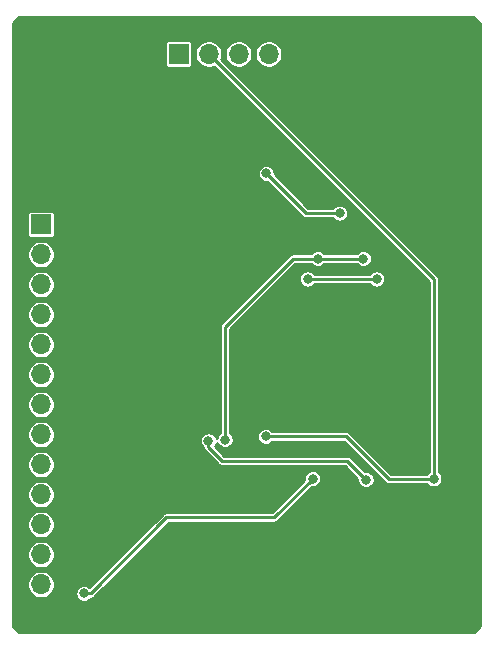
<source format=gbr>
G04 #@! TF.GenerationSoftware,KiCad,Pcbnew,(5.1.5)-3*
G04 #@! TF.CreationDate,2020-08-28T00:05:50-05:00*
G04 #@! TF.ProjectId,video-transceiver,76696465-6f2d-4747-9261-6e7363656976,rev?*
G04 #@! TF.SameCoordinates,Original*
G04 #@! TF.FileFunction,Copper,L2,Bot*
G04 #@! TF.FilePolarity,Positive*
%FSLAX46Y46*%
G04 Gerber Fmt 4.6, Leading zero omitted, Abs format (unit mm)*
G04 Created by KiCad (PCBNEW (5.1.5)-3) date 2020-08-28 00:05:50*
%MOMM*%
%LPD*%
G04 APERTURE LIST*
%ADD10R,1.700000X1.700000*%
%ADD11O,1.700000X1.700000*%
%ADD12C,0.800000*%
%ADD13C,0.250000*%
%ADD14C,0.254000*%
G04 APERTURE END LIST*
D10*
X139048500Y-61413500D03*
D11*
X141588500Y-61413500D03*
X144128500Y-61413500D03*
X146668500Y-61413500D03*
D10*
X127400000Y-75840000D03*
D11*
X127400000Y-78380000D03*
X127400000Y-80920000D03*
X127400000Y-83460000D03*
X127400000Y-86000000D03*
X127400000Y-88540000D03*
X127400000Y-91080000D03*
X127400000Y-93620000D03*
X127400000Y-96160000D03*
X127400000Y-98700000D03*
X127400000Y-101240000D03*
X127400000Y-103780000D03*
X127400000Y-106320000D03*
X127400000Y-108860000D03*
D12*
X146558000Y-102171500D03*
X152654000Y-98615500D03*
X139192000Y-86106000D03*
X149987000Y-67881500D03*
X140843000Y-73977500D03*
X156933900Y-91567000D03*
X162986720Y-92575380D03*
X151376380Y-86487000D03*
X154480260Y-86451440D03*
X161800000Y-87800000D03*
X140970000Y-69850000D03*
X137668000Y-108966000D03*
X141224000Y-108966000D03*
X131826000Y-105156000D03*
X160600000Y-101900000D03*
X154900000Y-108900000D03*
X157300000Y-108850000D03*
X127000000Y-60960000D03*
X128270000Y-60960000D03*
X127000000Y-62230000D03*
X128270000Y-62230000D03*
X127000000Y-63500000D03*
X128270000Y-63500000D03*
X129540000Y-63500000D03*
X129540000Y-62230000D03*
X129540000Y-60960000D03*
X149080000Y-97420000D03*
X143740000Y-95030000D03*
X156640000Y-61400000D03*
X137744200Y-84175600D03*
X146431000Y-88588788D03*
X146888200Y-86410800D03*
X148330000Y-92590000D03*
X148320000Y-91354990D03*
X149987000Y-80454500D03*
X155829000Y-80454500D03*
X154912060Y-97452180D03*
X141582140Y-94157800D03*
X146431000Y-93788778D03*
X160667700Y-97383600D03*
X131030000Y-107080000D03*
X150400000Y-97370000D03*
X152680000Y-74880000D03*
X146470000Y-71520000D03*
X150825200Y-78740000D03*
X154686000Y-78740000D03*
X142981680Y-94073980D03*
D13*
X150552685Y-80454500D02*
X155829000Y-80454500D01*
X149987000Y-80454500D02*
X150552685Y-80454500D01*
X141582140Y-94723485D02*
X142715715Y-95857060D01*
X141582140Y-94157800D02*
X141582140Y-94723485D01*
X153316940Y-95857060D02*
X154912060Y-97452180D01*
X142715715Y-95857060D02*
X153316940Y-95857060D01*
X160667700Y-97383600D02*
X156847540Y-97383600D01*
X153252718Y-93788778D02*
X146431000Y-93788778D01*
X156847540Y-97383600D02*
X153252718Y-93788778D01*
X160667700Y-80492700D02*
X160667700Y-97383600D01*
X141588500Y-61413500D02*
X160667700Y-80492700D01*
X131595685Y-107080000D02*
X138025685Y-100650000D01*
X131030000Y-107080000D02*
X131595685Y-107080000D01*
X147120000Y-100650000D02*
X150400000Y-97370000D01*
X138025685Y-100650000D02*
X147120000Y-100650000D01*
X149830000Y-74880000D02*
X146470000Y-71520000D01*
X152680000Y-74880000D02*
X149830000Y-74880000D01*
X154686000Y-78740000D02*
X150825200Y-78740000D01*
X150825200Y-78740000D02*
X148739860Y-78740000D01*
X142981680Y-84498180D02*
X142981680Y-94073980D01*
X148739860Y-78740000D02*
X142981680Y-84498180D01*
D14*
G36*
X164548001Y-58793607D02*
G01*
X164548000Y-109862394D01*
X164062394Y-110348000D01*
X125497606Y-110348000D01*
X125052000Y-109902394D01*
X125052000Y-106204076D01*
X126223000Y-106204076D01*
X126223000Y-106435924D01*
X126268231Y-106663318D01*
X126356956Y-106877519D01*
X126485764Y-107070294D01*
X126649706Y-107234236D01*
X126842481Y-107363044D01*
X127056682Y-107451769D01*
X127284076Y-107497000D01*
X127515924Y-107497000D01*
X127743318Y-107451769D01*
X127957519Y-107363044D01*
X128150294Y-107234236D01*
X128314236Y-107070294D01*
X128355594Y-107008397D01*
X130303000Y-107008397D01*
X130303000Y-107151603D01*
X130330938Y-107292058D01*
X130385741Y-107424364D01*
X130465302Y-107543436D01*
X130566564Y-107644698D01*
X130685636Y-107724259D01*
X130817942Y-107779062D01*
X130958397Y-107807000D01*
X131101603Y-107807000D01*
X131242058Y-107779062D01*
X131374364Y-107724259D01*
X131493436Y-107644698D01*
X131594698Y-107543436D01*
X131601244Y-107533640D01*
X131617890Y-107532000D01*
X131684292Y-107525460D01*
X131769495Y-107499614D01*
X131848018Y-107457643D01*
X131916844Y-107401159D01*
X131931008Y-107383900D01*
X138212910Y-101102000D01*
X147097795Y-101102000D01*
X147120000Y-101104187D01*
X147142205Y-101102000D01*
X147208607Y-101095460D01*
X147293810Y-101069614D01*
X147372333Y-101027643D01*
X147441159Y-100971159D01*
X147455323Y-100953900D01*
X150314908Y-98094317D01*
X150328397Y-98097000D01*
X150471603Y-98097000D01*
X150612058Y-98069062D01*
X150744364Y-98014259D01*
X150863436Y-97934698D01*
X150964698Y-97833436D01*
X151044259Y-97714364D01*
X151099062Y-97582058D01*
X151127000Y-97441603D01*
X151127000Y-97298397D01*
X151099062Y-97157942D01*
X151044259Y-97025636D01*
X150964698Y-96906564D01*
X150863436Y-96805302D01*
X150744364Y-96725741D01*
X150612058Y-96670938D01*
X150471603Y-96643000D01*
X150328397Y-96643000D01*
X150187942Y-96670938D01*
X150055636Y-96725741D01*
X149936564Y-96805302D01*
X149835302Y-96906564D01*
X149755741Y-97025636D01*
X149700938Y-97157942D01*
X149673000Y-97298397D01*
X149673000Y-97441603D01*
X149675683Y-97455092D01*
X146932777Y-100198000D01*
X138047889Y-100198000D01*
X138025684Y-100195813D01*
X137937077Y-100204540D01*
X137917247Y-100210556D01*
X137851875Y-100230386D01*
X137773352Y-100272357D01*
X137704526Y-100328841D01*
X137690371Y-100346089D01*
X131507298Y-106529164D01*
X131493436Y-106515302D01*
X131374364Y-106435741D01*
X131242058Y-106380938D01*
X131101603Y-106353000D01*
X130958397Y-106353000D01*
X130817942Y-106380938D01*
X130685636Y-106435741D01*
X130566564Y-106515302D01*
X130465302Y-106616564D01*
X130385741Y-106735636D01*
X130330938Y-106867942D01*
X130303000Y-107008397D01*
X128355594Y-107008397D01*
X128443044Y-106877519D01*
X128531769Y-106663318D01*
X128577000Y-106435924D01*
X128577000Y-106204076D01*
X128531769Y-105976682D01*
X128443044Y-105762481D01*
X128314236Y-105569706D01*
X128150294Y-105405764D01*
X127957519Y-105276956D01*
X127743318Y-105188231D01*
X127515924Y-105143000D01*
X127284076Y-105143000D01*
X127056682Y-105188231D01*
X126842481Y-105276956D01*
X126649706Y-105405764D01*
X126485764Y-105569706D01*
X126356956Y-105762481D01*
X126268231Y-105976682D01*
X126223000Y-106204076D01*
X125052000Y-106204076D01*
X125052000Y-103664076D01*
X126223000Y-103664076D01*
X126223000Y-103895924D01*
X126268231Y-104123318D01*
X126356956Y-104337519D01*
X126485764Y-104530294D01*
X126649706Y-104694236D01*
X126842481Y-104823044D01*
X127056682Y-104911769D01*
X127284076Y-104957000D01*
X127515924Y-104957000D01*
X127743318Y-104911769D01*
X127957519Y-104823044D01*
X128150294Y-104694236D01*
X128314236Y-104530294D01*
X128443044Y-104337519D01*
X128531769Y-104123318D01*
X128577000Y-103895924D01*
X128577000Y-103664076D01*
X128531769Y-103436682D01*
X128443044Y-103222481D01*
X128314236Y-103029706D01*
X128150294Y-102865764D01*
X127957519Y-102736956D01*
X127743318Y-102648231D01*
X127515924Y-102603000D01*
X127284076Y-102603000D01*
X127056682Y-102648231D01*
X126842481Y-102736956D01*
X126649706Y-102865764D01*
X126485764Y-103029706D01*
X126356956Y-103222481D01*
X126268231Y-103436682D01*
X126223000Y-103664076D01*
X125052000Y-103664076D01*
X125052000Y-101124076D01*
X126223000Y-101124076D01*
X126223000Y-101355924D01*
X126268231Y-101583318D01*
X126356956Y-101797519D01*
X126485764Y-101990294D01*
X126649706Y-102154236D01*
X126842481Y-102283044D01*
X127056682Y-102371769D01*
X127284076Y-102417000D01*
X127515924Y-102417000D01*
X127743318Y-102371769D01*
X127957519Y-102283044D01*
X128150294Y-102154236D01*
X128314236Y-101990294D01*
X128443044Y-101797519D01*
X128531769Y-101583318D01*
X128577000Y-101355924D01*
X128577000Y-101124076D01*
X128531769Y-100896682D01*
X128443044Y-100682481D01*
X128314236Y-100489706D01*
X128150294Y-100325764D01*
X127957519Y-100196956D01*
X127743318Y-100108231D01*
X127515924Y-100063000D01*
X127284076Y-100063000D01*
X127056682Y-100108231D01*
X126842481Y-100196956D01*
X126649706Y-100325764D01*
X126485764Y-100489706D01*
X126356956Y-100682481D01*
X126268231Y-100896682D01*
X126223000Y-101124076D01*
X125052000Y-101124076D01*
X125052000Y-98584076D01*
X126223000Y-98584076D01*
X126223000Y-98815924D01*
X126268231Y-99043318D01*
X126356956Y-99257519D01*
X126485764Y-99450294D01*
X126649706Y-99614236D01*
X126842481Y-99743044D01*
X127056682Y-99831769D01*
X127284076Y-99877000D01*
X127515924Y-99877000D01*
X127743318Y-99831769D01*
X127957519Y-99743044D01*
X128150294Y-99614236D01*
X128314236Y-99450294D01*
X128443044Y-99257519D01*
X128531769Y-99043318D01*
X128577000Y-98815924D01*
X128577000Y-98584076D01*
X128531769Y-98356682D01*
X128443044Y-98142481D01*
X128314236Y-97949706D01*
X128150294Y-97785764D01*
X127957519Y-97656956D01*
X127743318Y-97568231D01*
X127515924Y-97523000D01*
X127284076Y-97523000D01*
X127056682Y-97568231D01*
X126842481Y-97656956D01*
X126649706Y-97785764D01*
X126485764Y-97949706D01*
X126356956Y-98142481D01*
X126268231Y-98356682D01*
X126223000Y-98584076D01*
X125052000Y-98584076D01*
X125052000Y-96044076D01*
X126223000Y-96044076D01*
X126223000Y-96275924D01*
X126268231Y-96503318D01*
X126356956Y-96717519D01*
X126485764Y-96910294D01*
X126649706Y-97074236D01*
X126842481Y-97203044D01*
X127056682Y-97291769D01*
X127284076Y-97337000D01*
X127515924Y-97337000D01*
X127743318Y-97291769D01*
X127957519Y-97203044D01*
X128150294Y-97074236D01*
X128314236Y-96910294D01*
X128443044Y-96717519D01*
X128531769Y-96503318D01*
X128577000Y-96275924D01*
X128577000Y-96044076D01*
X128531769Y-95816682D01*
X128443044Y-95602481D01*
X128314236Y-95409706D01*
X128150294Y-95245764D01*
X127957519Y-95116956D01*
X127743318Y-95028231D01*
X127515924Y-94983000D01*
X127284076Y-94983000D01*
X127056682Y-95028231D01*
X126842481Y-95116956D01*
X126649706Y-95245764D01*
X126485764Y-95409706D01*
X126356956Y-95602481D01*
X126268231Y-95816682D01*
X126223000Y-96044076D01*
X125052000Y-96044076D01*
X125052000Y-93504076D01*
X126223000Y-93504076D01*
X126223000Y-93735924D01*
X126268231Y-93963318D01*
X126356956Y-94177519D01*
X126485764Y-94370294D01*
X126649706Y-94534236D01*
X126842481Y-94663044D01*
X127056682Y-94751769D01*
X127284076Y-94797000D01*
X127515924Y-94797000D01*
X127743318Y-94751769D01*
X127957519Y-94663044D01*
X128150294Y-94534236D01*
X128314236Y-94370294D01*
X128443044Y-94177519D01*
X128480870Y-94086197D01*
X140855140Y-94086197D01*
X140855140Y-94229403D01*
X140883078Y-94369858D01*
X140937881Y-94502164D01*
X141017442Y-94621236D01*
X141118704Y-94722498D01*
X141128500Y-94729044D01*
X141136680Y-94812092D01*
X141162526Y-94897294D01*
X141162527Y-94897295D01*
X141204498Y-94975818D01*
X141260982Y-95044644D01*
X141278236Y-95058804D01*
X142380400Y-96160970D01*
X142394556Y-96178219D01*
X142463382Y-96234703D01*
X142540502Y-96275924D01*
X142541905Y-96276674D01*
X142627107Y-96302520D01*
X142715714Y-96311247D01*
X142737919Y-96309060D01*
X153129717Y-96309060D01*
X154187743Y-97367088D01*
X154185060Y-97380577D01*
X154185060Y-97523783D01*
X154212998Y-97664238D01*
X154267801Y-97796544D01*
X154347362Y-97915616D01*
X154448624Y-98016878D01*
X154567696Y-98096439D01*
X154700002Y-98151242D01*
X154840457Y-98179180D01*
X154983663Y-98179180D01*
X155124118Y-98151242D01*
X155256424Y-98096439D01*
X155375496Y-98016878D01*
X155476758Y-97915616D01*
X155556319Y-97796544D01*
X155611122Y-97664238D01*
X155639060Y-97523783D01*
X155639060Y-97380577D01*
X155611122Y-97240122D01*
X155556319Y-97107816D01*
X155476758Y-96988744D01*
X155375496Y-96887482D01*
X155256424Y-96807921D01*
X155124118Y-96753118D01*
X154983663Y-96725180D01*
X154840457Y-96725180D01*
X154826968Y-96727863D01*
X153652263Y-95553160D01*
X153638099Y-95535901D01*
X153569273Y-95479417D01*
X153490750Y-95437446D01*
X153405547Y-95411600D01*
X153339145Y-95405060D01*
X153316940Y-95402873D01*
X153294735Y-95405060D01*
X142902940Y-95405060D01*
X142132976Y-94635098D01*
X142146838Y-94621236D01*
X142226399Y-94502164D01*
X142281202Y-94369858D01*
X142292925Y-94310922D01*
X142337421Y-94418344D01*
X142416982Y-94537416D01*
X142518244Y-94638678D01*
X142637316Y-94718239D01*
X142769622Y-94773042D01*
X142910077Y-94800980D01*
X143053283Y-94800980D01*
X143193738Y-94773042D01*
X143326044Y-94718239D01*
X143445116Y-94638678D01*
X143546378Y-94537416D01*
X143625939Y-94418344D01*
X143680742Y-94286038D01*
X143708680Y-94145583D01*
X143708680Y-94002377D01*
X143680742Y-93861922D01*
X143625939Y-93729616D01*
X143546378Y-93610544D01*
X143445116Y-93509282D01*
X143433680Y-93501641D01*
X143433680Y-84685403D01*
X147736187Y-80382897D01*
X149260000Y-80382897D01*
X149260000Y-80526103D01*
X149287938Y-80666558D01*
X149342741Y-80798864D01*
X149422302Y-80917936D01*
X149523564Y-81019198D01*
X149642636Y-81098759D01*
X149774942Y-81153562D01*
X149915397Y-81181500D01*
X150058603Y-81181500D01*
X150199058Y-81153562D01*
X150331364Y-81098759D01*
X150450436Y-81019198D01*
X150551698Y-80917936D01*
X150559339Y-80906500D01*
X155256661Y-80906500D01*
X155264302Y-80917936D01*
X155365564Y-81019198D01*
X155484636Y-81098759D01*
X155616942Y-81153562D01*
X155757397Y-81181500D01*
X155900603Y-81181500D01*
X156041058Y-81153562D01*
X156173364Y-81098759D01*
X156292436Y-81019198D01*
X156393698Y-80917936D01*
X156473259Y-80798864D01*
X156528062Y-80666558D01*
X156556000Y-80526103D01*
X156556000Y-80382897D01*
X156528062Y-80242442D01*
X156473259Y-80110136D01*
X156393698Y-79991064D01*
X156292436Y-79889802D01*
X156173364Y-79810241D01*
X156041058Y-79755438D01*
X155900603Y-79727500D01*
X155757397Y-79727500D01*
X155616942Y-79755438D01*
X155484636Y-79810241D01*
X155365564Y-79889802D01*
X155264302Y-79991064D01*
X155256661Y-80002500D01*
X150559339Y-80002500D01*
X150551698Y-79991064D01*
X150450436Y-79889802D01*
X150331364Y-79810241D01*
X150199058Y-79755438D01*
X150058603Y-79727500D01*
X149915397Y-79727500D01*
X149774942Y-79755438D01*
X149642636Y-79810241D01*
X149523564Y-79889802D01*
X149422302Y-79991064D01*
X149342741Y-80110136D01*
X149287938Y-80242442D01*
X149260000Y-80382897D01*
X147736187Y-80382897D01*
X148927085Y-79192000D01*
X150252861Y-79192000D01*
X150260502Y-79203436D01*
X150361764Y-79304698D01*
X150480836Y-79384259D01*
X150613142Y-79439062D01*
X150753597Y-79467000D01*
X150896803Y-79467000D01*
X151037258Y-79439062D01*
X151169564Y-79384259D01*
X151288636Y-79304698D01*
X151389898Y-79203436D01*
X151397539Y-79192000D01*
X154113661Y-79192000D01*
X154121302Y-79203436D01*
X154222564Y-79304698D01*
X154341636Y-79384259D01*
X154473942Y-79439062D01*
X154614397Y-79467000D01*
X154757603Y-79467000D01*
X154898058Y-79439062D01*
X155030364Y-79384259D01*
X155149436Y-79304698D01*
X155250698Y-79203436D01*
X155330259Y-79084364D01*
X155385062Y-78952058D01*
X155413000Y-78811603D01*
X155413000Y-78668397D01*
X155385062Y-78527942D01*
X155330259Y-78395636D01*
X155250698Y-78276564D01*
X155149436Y-78175302D01*
X155030364Y-78095741D01*
X154898058Y-78040938D01*
X154757603Y-78013000D01*
X154614397Y-78013000D01*
X154473942Y-78040938D01*
X154341636Y-78095741D01*
X154222564Y-78175302D01*
X154121302Y-78276564D01*
X154113661Y-78288000D01*
X151397539Y-78288000D01*
X151389898Y-78276564D01*
X151288636Y-78175302D01*
X151169564Y-78095741D01*
X151037258Y-78040938D01*
X150896803Y-78013000D01*
X150753597Y-78013000D01*
X150613142Y-78040938D01*
X150480836Y-78095741D01*
X150361764Y-78175302D01*
X150260502Y-78276564D01*
X150252861Y-78288000D01*
X148762064Y-78288000D01*
X148739859Y-78285813D01*
X148651252Y-78294540D01*
X148631422Y-78300556D01*
X148566050Y-78320386D01*
X148487527Y-78362357D01*
X148418701Y-78418841D01*
X148404546Y-78436089D01*
X142677780Y-84162857D01*
X142660521Y-84177021D01*
X142604038Y-84245847D01*
X142562066Y-84324371D01*
X142536220Y-84409573D01*
X142527493Y-84498180D01*
X142529680Y-84520385D01*
X142529681Y-93501640D01*
X142518244Y-93509282D01*
X142416982Y-93610544D01*
X142337421Y-93729616D01*
X142282618Y-93861922D01*
X142270895Y-93920858D01*
X142226399Y-93813436D01*
X142146838Y-93694364D01*
X142045576Y-93593102D01*
X141926504Y-93513541D01*
X141794198Y-93458738D01*
X141653743Y-93430800D01*
X141510537Y-93430800D01*
X141370082Y-93458738D01*
X141237776Y-93513541D01*
X141118704Y-93593102D01*
X141017442Y-93694364D01*
X140937881Y-93813436D01*
X140883078Y-93945742D01*
X140855140Y-94086197D01*
X128480870Y-94086197D01*
X128531769Y-93963318D01*
X128577000Y-93735924D01*
X128577000Y-93504076D01*
X128531769Y-93276682D01*
X128443044Y-93062481D01*
X128314236Y-92869706D01*
X128150294Y-92705764D01*
X127957519Y-92576956D01*
X127743318Y-92488231D01*
X127515924Y-92443000D01*
X127284076Y-92443000D01*
X127056682Y-92488231D01*
X126842481Y-92576956D01*
X126649706Y-92705764D01*
X126485764Y-92869706D01*
X126356956Y-93062481D01*
X126268231Y-93276682D01*
X126223000Y-93504076D01*
X125052000Y-93504076D01*
X125052000Y-90964076D01*
X126223000Y-90964076D01*
X126223000Y-91195924D01*
X126268231Y-91423318D01*
X126356956Y-91637519D01*
X126485764Y-91830294D01*
X126649706Y-91994236D01*
X126842481Y-92123044D01*
X127056682Y-92211769D01*
X127284076Y-92257000D01*
X127515924Y-92257000D01*
X127743318Y-92211769D01*
X127957519Y-92123044D01*
X128150294Y-91994236D01*
X128314236Y-91830294D01*
X128443044Y-91637519D01*
X128531769Y-91423318D01*
X128577000Y-91195924D01*
X128577000Y-90964076D01*
X128531769Y-90736682D01*
X128443044Y-90522481D01*
X128314236Y-90329706D01*
X128150294Y-90165764D01*
X127957519Y-90036956D01*
X127743318Y-89948231D01*
X127515924Y-89903000D01*
X127284076Y-89903000D01*
X127056682Y-89948231D01*
X126842481Y-90036956D01*
X126649706Y-90165764D01*
X126485764Y-90329706D01*
X126356956Y-90522481D01*
X126268231Y-90736682D01*
X126223000Y-90964076D01*
X125052000Y-90964076D01*
X125052000Y-88424076D01*
X126223000Y-88424076D01*
X126223000Y-88655924D01*
X126268231Y-88883318D01*
X126356956Y-89097519D01*
X126485764Y-89290294D01*
X126649706Y-89454236D01*
X126842481Y-89583044D01*
X127056682Y-89671769D01*
X127284076Y-89717000D01*
X127515924Y-89717000D01*
X127743318Y-89671769D01*
X127957519Y-89583044D01*
X128150294Y-89454236D01*
X128314236Y-89290294D01*
X128443044Y-89097519D01*
X128531769Y-88883318D01*
X128577000Y-88655924D01*
X128577000Y-88424076D01*
X128531769Y-88196682D01*
X128443044Y-87982481D01*
X128314236Y-87789706D01*
X128150294Y-87625764D01*
X127957519Y-87496956D01*
X127743318Y-87408231D01*
X127515924Y-87363000D01*
X127284076Y-87363000D01*
X127056682Y-87408231D01*
X126842481Y-87496956D01*
X126649706Y-87625764D01*
X126485764Y-87789706D01*
X126356956Y-87982481D01*
X126268231Y-88196682D01*
X126223000Y-88424076D01*
X125052000Y-88424076D01*
X125052000Y-85884076D01*
X126223000Y-85884076D01*
X126223000Y-86115924D01*
X126268231Y-86343318D01*
X126356956Y-86557519D01*
X126485764Y-86750294D01*
X126649706Y-86914236D01*
X126842481Y-87043044D01*
X127056682Y-87131769D01*
X127284076Y-87177000D01*
X127515924Y-87177000D01*
X127743318Y-87131769D01*
X127957519Y-87043044D01*
X128150294Y-86914236D01*
X128314236Y-86750294D01*
X128443044Y-86557519D01*
X128531769Y-86343318D01*
X128577000Y-86115924D01*
X128577000Y-85884076D01*
X128531769Y-85656682D01*
X128443044Y-85442481D01*
X128314236Y-85249706D01*
X128150294Y-85085764D01*
X127957519Y-84956956D01*
X127743318Y-84868231D01*
X127515924Y-84823000D01*
X127284076Y-84823000D01*
X127056682Y-84868231D01*
X126842481Y-84956956D01*
X126649706Y-85085764D01*
X126485764Y-85249706D01*
X126356956Y-85442481D01*
X126268231Y-85656682D01*
X126223000Y-85884076D01*
X125052000Y-85884076D01*
X125052000Y-83344076D01*
X126223000Y-83344076D01*
X126223000Y-83575924D01*
X126268231Y-83803318D01*
X126356956Y-84017519D01*
X126485764Y-84210294D01*
X126649706Y-84374236D01*
X126842481Y-84503044D01*
X127056682Y-84591769D01*
X127284076Y-84637000D01*
X127515924Y-84637000D01*
X127743318Y-84591769D01*
X127957519Y-84503044D01*
X128150294Y-84374236D01*
X128314236Y-84210294D01*
X128443044Y-84017519D01*
X128531769Y-83803318D01*
X128577000Y-83575924D01*
X128577000Y-83344076D01*
X128531769Y-83116682D01*
X128443044Y-82902481D01*
X128314236Y-82709706D01*
X128150294Y-82545764D01*
X127957519Y-82416956D01*
X127743318Y-82328231D01*
X127515924Y-82283000D01*
X127284076Y-82283000D01*
X127056682Y-82328231D01*
X126842481Y-82416956D01*
X126649706Y-82545764D01*
X126485764Y-82709706D01*
X126356956Y-82902481D01*
X126268231Y-83116682D01*
X126223000Y-83344076D01*
X125052000Y-83344076D01*
X125052000Y-80804076D01*
X126223000Y-80804076D01*
X126223000Y-81035924D01*
X126268231Y-81263318D01*
X126356956Y-81477519D01*
X126485764Y-81670294D01*
X126649706Y-81834236D01*
X126842481Y-81963044D01*
X127056682Y-82051769D01*
X127284076Y-82097000D01*
X127515924Y-82097000D01*
X127743318Y-82051769D01*
X127957519Y-81963044D01*
X128150294Y-81834236D01*
X128314236Y-81670294D01*
X128443044Y-81477519D01*
X128531769Y-81263318D01*
X128577000Y-81035924D01*
X128577000Y-80804076D01*
X128531769Y-80576682D01*
X128443044Y-80362481D01*
X128314236Y-80169706D01*
X128150294Y-80005764D01*
X127957519Y-79876956D01*
X127743318Y-79788231D01*
X127515924Y-79743000D01*
X127284076Y-79743000D01*
X127056682Y-79788231D01*
X126842481Y-79876956D01*
X126649706Y-80005764D01*
X126485764Y-80169706D01*
X126356956Y-80362481D01*
X126268231Y-80576682D01*
X126223000Y-80804076D01*
X125052000Y-80804076D01*
X125052000Y-78264076D01*
X126223000Y-78264076D01*
X126223000Y-78495924D01*
X126268231Y-78723318D01*
X126356956Y-78937519D01*
X126485764Y-79130294D01*
X126649706Y-79294236D01*
X126842481Y-79423044D01*
X127056682Y-79511769D01*
X127284076Y-79557000D01*
X127515924Y-79557000D01*
X127743318Y-79511769D01*
X127957519Y-79423044D01*
X128150294Y-79294236D01*
X128314236Y-79130294D01*
X128443044Y-78937519D01*
X128531769Y-78723318D01*
X128577000Y-78495924D01*
X128577000Y-78264076D01*
X128531769Y-78036682D01*
X128443044Y-77822481D01*
X128314236Y-77629706D01*
X128150294Y-77465764D01*
X127957519Y-77336956D01*
X127743318Y-77248231D01*
X127515924Y-77203000D01*
X127284076Y-77203000D01*
X127056682Y-77248231D01*
X126842481Y-77336956D01*
X126649706Y-77465764D01*
X126485764Y-77629706D01*
X126356956Y-77822481D01*
X126268231Y-78036682D01*
X126223000Y-78264076D01*
X125052000Y-78264076D01*
X125052000Y-74990000D01*
X126221418Y-74990000D01*
X126221418Y-76690000D01*
X126227732Y-76754103D01*
X126246430Y-76815743D01*
X126276794Y-76872550D01*
X126317657Y-76922343D01*
X126367450Y-76963206D01*
X126424257Y-76993570D01*
X126485897Y-77012268D01*
X126550000Y-77018582D01*
X128250000Y-77018582D01*
X128314103Y-77012268D01*
X128375743Y-76993570D01*
X128432550Y-76963206D01*
X128482343Y-76922343D01*
X128523206Y-76872550D01*
X128553570Y-76815743D01*
X128572268Y-76754103D01*
X128578582Y-76690000D01*
X128578582Y-74990000D01*
X128572268Y-74925897D01*
X128553570Y-74864257D01*
X128523206Y-74807450D01*
X128482343Y-74757657D01*
X128432550Y-74716794D01*
X128375743Y-74686430D01*
X128314103Y-74667732D01*
X128250000Y-74661418D01*
X126550000Y-74661418D01*
X126485897Y-74667732D01*
X126424257Y-74686430D01*
X126367450Y-74716794D01*
X126317657Y-74757657D01*
X126276794Y-74807450D01*
X126246430Y-74864257D01*
X126227732Y-74925897D01*
X126221418Y-74990000D01*
X125052000Y-74990000D01*
X125052000Y-71448397D01*
X145743000Y-71448397D01*
X145743000Y-71591603D01*
X145770938Y-71732058D01*
X145825741Y-71864364D01*
X145905302Y-71983436D01*
X146006564Y-72084698D01*
X146125636Y-72164259D01*
X146257942Y-72219062D01*
X146398397Y-72247000D01*
X146541603Y-72247000D01*
X146555093Y-72244317D01*
X149494681Y-75183905D01*
X149508841Y-75201159D01*
X149577667Y-75257643D01*
X149656190Y-75299614D01*
X149741392Y-75325460D01*
X149830000Y-75334187D01*
X149852205Y-75332000D01*
X152107661Y-75332000D01*
X152115302Y-75343436D01*
X152216564Y-75444698D01*
X152335636Y-75524259D01*
X152467942Y-75579062D01*
X152608397Y-75607000D01*
X152751603Y-75607000D01*
X152892058Y-75579062D01*
X153024364Y-75524259D01*
X153143436Y-75444698D01*
X153244698Y-75343436D01*
X153324259Y-75224364D01*
X153379062Y-75092058D01*
X153407000Y-74951603D01*
X153407000Y-74808397D01*
X153379062Y-74667942D01*
X153324259Y-74535636D01*
X153244698Y-74416564D01*
X153143436Y-74315302D01*
X153024364Y-74235741D01*
X152892058Y-74180938D01*
X152751603Y-74153000D01*
X152608397Y-74153000D01*
X152467942Y-74180938D01*
X152335636Y-74235741D01*
X152216564Y-74315302D01*
X152115302Y-74416564D01*
X152107661Y-74428000D01*
X150017224Y-74428000D01*
X147194317Y-71605093D01*
X147197000Y-71591603D01*
X147197000Y-71448397D01*
X147169062Y-71307942D01*
X147114259Y-71175636D01*
X147034698Y-71056564D01*
X146933436Y-70955302D01*
X146814364Y-70875741D01*
X146682058Y-70820938D01*
X146541603Y-70793000D01*
X146398397Y-70793000D01*
X146257942Y-70820938D01*
X146125636Y-70875741D01*
X146006564Y-70955302D01*
X145905302Y-71056564D01*
X145825741Y-71175636D01*
X145770938Y-71307942D01*
X145743000Y-71448397D01*
X125052000Y-71448397D01*
X125052000Y-60563500D01*
X137869918Y-60563500D01*
X137869918Y-62263500D01*
X137876232Y-62327603D01*
X137894930Y-62389243D01*
X137925294Y-62446050D01*
X137966157Y-62495843D01*
X138015950Y-62536706D01*
X138072757Y-62567070D01*
X138134397Y-62585768D01*
X138198500Y-62592082D01*
X139898500Y-62592082D01*
X139962603Y-62585768D01*
X140024243Y-62567070D01*
X140081050Y-62536706D01*
X140130843Y-62495843D01*
X140171706Y-62446050D01*
X140202070Y-62389243D01*
X140220768Y-62327603D01*
X140227082Y-62263500D01*
X140227082Y-61297576D01*
X140411500Y-61297576D01*
X140411500Y-61529424D01*
X140456731Y-61756818D01*
X140545456Y-61971019D01*
X140674264Y-62163794D01*
X140838206Y-62327736D01*
X141030981Y-62456544D01*
X141245182Y-62545269D01*
X141472576Y-62590500D01*
X141704424Y-62590500D01*
X141931818Y-62545269D01*
X142037338Y-62501561D01*
X160215700Y-80679925D01*
X160215701Y-96811260D01*
X160204264Y-96818902D01*
X160103002Y-96920164D01*
X160095361Y-96931600D01*
X157034764Y-96931600D01*
X153588041Y-93484878D01*
X153573877Y-93467619D01*
X153505051Y-93411135D01*
X153426528Y-93369164D01*
X153341325Y-93343318D01*
X153274923Y-93336778D01*
X153252718Y-93334591D01*
X153230513Y-93336778D01*
X147003339Y-93336778D01*
X146995698Y-93325342D01*
X146894436Y-93224080D01*
X146775364Y-93144519D01*
X146643058Y-93089716D01*
X146502603Y-93061778D01*
X146359397Y-93061778D01*
X146218942Y-93089716D01*
X146086636Y-93144519D01*
X145967564Y-93224080D01*
X145866302Y-93325342D01*
X145786741Y-93444414D01*
X145731938Y-93576720D01*
X145704000Y-93717175D01*
X145704000Y-93860381D01*
X145731938Y-94000836D01*
X145786741Y-94133142D01*
X145866302Y-94252214D01*
X145967564Y-94353476D01*
X146086636Y-94433037D01*
X146218942Y-94487840D01*
X146359397Y-94515778D01*
X146502603Y-94515778D01*
X146643058Y-94487840D01*
X146775364Y-94433037D01*
X146894436Y-94353476D01*
X146995698Y-94252214D01*
X147003339Y-94240778D01*
X153065495Y-94240778D01*
X156512221Y-97687505D01*
X156526381Y-97704759D01*
X156595207Y-97761243D01*
X156641083Y-97785764D01*
X156673730Y-97803214D01*
X156758932Y-97829060D01*
X156847539Y-97837787D01*
X156869744Y-97835600D01*
X160095361Y-97835600D01*
X160103002Y-97847036D01*
X160204264Y-97948298D01*
X160323336Y-98027859D01*
X160455642Y-98082662D01*
X160596097Y-98110600D01*
X160739303Y-98110600D01*
X160879758Y-98082662D01*
X161012064Y-98027859D01*
X161131136Y-97948298D01*
X161232398Y-97847036D01*
X161311959Y-97727964D01*
X161366762Y-97595658D01*
X161394700Y-97455203D01*
X161394700Y-97311997D01*
X161366762Y-97171542D01*
X161311959Y-97039236D01*
X161232398Y-96920164D01*
X161131136Y-96818902D01*
X161119700Y-96811261D01*
X161119700Y-80514904D01*
X161121887Y-80492699D01*
X161113160Y-80404092D01*
X161100537Y-80362481D01*
X161087314Y-80318890D01*
X161045343Y-80240367D01*
X160988859Y-80171541D01*
X160971612Y-80157387D01*
X142676561Y-61862338D01*
X142720269Y-61756818D01*
X142765500Y-61529424D01*
X142765500Y-61297576D01*
X142951500Y-61297576D01*
X142951500Y-61529424D01*
X142996731Y-61756818D01*
X143085456Y-61971019D01*
X143214264Y-62163794D01*
X143378206Y-62327736D01*
X143570981Y-62456544D01*
X143785182Y-62545269D01*
X144012576Y-62590500D01*
X144244424Y-62590500D01*
X144471818Y-62545269D01*
X144686019Y-62456544D01*
X144878794Y-62327736D01*
X145042736Y-62163794D01*
X145171544Y-61971019D01*
X145260269Y-61756818D01*
X145305500Y-61529424D01*
X145305500Y-61297576D01*
X145491500Y-61297576D01*
X145491500Y-61529424D01*
X145536731Y-61756818D01*
X145625456Y-61971019D01*
X145754264Y-62163794D01*
X145918206Y-62327736D01*
X146110981Y-62456544D01*
X146325182Y-62545269D01*
X146552576Y-62590500D01*
X146784424Y-62590500D01*
X147011818Y-62545269D01*
X147226019Y-62456544D01*
X147418794Y-62327736D01*
X147582736Y-62163794D01*
X147711544Y-61971019D01*
X147800269Y-61756818D01*
X147845500Y-61529424D01*
X147845500Y-61297576D01*
X147800269Y-61070182D01*
X147711544Y-60855981D01*
X147582736Y-60663206D01*
X147418794Y-60499264D01*
X147226019Y-60370456D01*
X147011818Y-60281731D01*
X146784424Y-60236500D01*
X146552576Y-60236500D01*
X146325182Y-60281731D01*
X146110981Y-60370456D01*
X145918206Y-60499264D01*
X145754264Y-60663206D01*
X145625456Y-60855981D01*
X145536731Y-61070182D01*
X145491500Y-61297576D01*
X145305500Y-61297576D01*
X145260269Y-61070182D01*
X145171544Y-60855981D01*
X145042736Y-60663206D01*
X144878794Y-60499264D01*
X144686019Y-60370456D01*
X144471818Y-60281731D01*
X144244424Y-60236500D01*
X144012576Y-60236500D01*
X143785182Y-60281731D01*
X143570981Y-60370456D01*
X143378206Y-60499264D01*
X143214264Y-60663206D01*
X143085456Y-60855981D01*
X142996731Y-61070182D01*
X142951500Y-61297576D01*
X142765500Y-61297576D01*
X142720269Y-61070182D01*
X142631544Y-60855981D01*
X142502736Y-60663206D01*
X142338794Y-60499264D01*
X142146019Y-60370456D01*
X141931818Y-60281731D01*
X141704424Y-60236500D01*
X141472576Y-60236500D01*
X141245182Y-60281731D01*
X141030981Y-60370456D01*
X140838206Y-60499264D01*
X140674264Y-60663206D01*
X140545456Y-60855981D01*
X140456731Y-61070182D01*
X140411500Y-61297576D01*
X140227082Y-61297576D01*
X140227082Y-60563500D01*
X140220768Y-60499397D01*
X140202070Y-60437757D01*
X140171706Y-60380950D01*
X140130843Y-60331157D01*
X140081050Y-60290294D01*
X140024243Y-60259930D01*
X139962603Y-60241232D01*
X139898500Y-60234918D01*
X138198500Y-60234918D01*
X138134397Y-60241232D01*
X138072757Y-60259930D01*
X138015950Y-60290294D01*
X137966157Y-60331157D01*
X137925294Y-60380950D01*
X137894930Y-60437757D01*
X137876232Y-60499397D01*
X137869918Y-60563500D01*
X125052000Y-60563500D01*
X125052000Y-58753606D01*
X125553606Y-58252000D01*
X164006394Y-58252000D01*
X164548001Y-58793607D01*
G37*
X164548001Y-58793607D02*
X164548000Y-109862394D01*
X164062394Y-110348000D01*
X125497606Y-110348000D01*
X125052000Y-109902394D01*
X125052000Y-106204076D01*
X126223000Y-106204076D01*
X126223000Y-106435924D01*
X126268231Y-106663318D01*
X126356956Y-106877519D01*
X126485764Y-107070294D01*
X126649706Y-107234236D01*
X126842481Y-107363044D01*
X127056682Y-107451769D01*
X127284076Y-107497000D01*
X127515924Y-107497000D01*
X127743318Y-107451769D01*
X127957519Y-107363044D01*
X128150294Y-107234236D01*
X128314236Y-107070294D01*
X128355594Y-107008397D01*
X130303000Y-107008397D01*
X130303000Y-107151603D01*
X130330938Y-107292058D01*
X130385741Y-107424364D01*
X130465302Y-107543436D01*
X130566564Y-107644698D01*
X130685636Y-107724259D01*
X130817942Y-107779062D01*
X130958397Y-107807000D01*
X131101603Y-107807000D01*
X131242058Y-107779062D01*
X131374364Y-107724259D01*
X131493436Y-107644698D01*
X131594698Y-107543436D01*
X131601244Y-107533640D01*
X131617890Y-107532000D01*
X131684292Y-107525460D01*
X131769495Y-107499614D01*
X131848018Y-107457643D01*
X131916844Y-107401159D01*
X131931008Y-107383900D01*
X138212910Y-101102000D01*
X147097795Y-101102000D01*
X147120000Y-101104187D01*
X147142205Y-101102000D01*
X147208607Y-101095460D01*
X147293810Y-101069614D01*
X147372333Y-101027643D01*
X147441159Y-100971159D01*
X147455323Y-100953900D01*
X150314908Y-98094317D01*
X150328397Y-98097000D01*
X150471603Y-98097000D01*
X150612058Y-98069062D01*
X150744364Y-98014259D01*
X150863436Y-97934698D01*
X150964698Y-97833436D01*
X151044259Y-97714364D01*
X151099062Y-97582058D01*
X151127000Y-97441603D01*
X151127000Y-97298397D01*
X151099062Y-97157942D01*
X151044259Y-97025636D01*
X150964698Y-96906564D01*
X150863436Y-96805302D01*
X150744364Y-96725741D01*
X150612058Y-96670938D01*
X150471603Y-96643000D01*
X150328397Y-96643000D01*
X150187942Y-96670938D01*
X150055636Y-96725741D01*
X149936564Y-96805302D01*
X149835302Y-96906564D01*
X149755741Y-97025636D01*
X149700938Y-97157942D01*
X149673000Y-97298397D01*
X149673000Y-97441603D01*
X149675683Y-97455092D01*
X146932777Y-100198000D01*
X138047889Y-100198000D01*
X138025684Y-100195813D01*
X137937077Y-100204540D01*
X137917247Y-100210556D01*
X137851875Y-100230386D01*
X137773352Y-100272357D01*
X137704526Y-100328841D01*
X137690371Y-100346089D01*
X131507298Y-106529164D01*
X131493436Y-106515302D01*
X131374364Y-106435741D01*
X131242058Y-106380938D01*
X131101603Y-106353000D01*
X130958397Y-106353000D01*
X130817942Y-106380938D01*
X130685636Y-106435741D01*
X130566564Y-106515302D01*
X130465302Y-106616564D01*
X130385741Y-106735636D01*
X130330938Y-106867942D01*
X130303000Y-107008397D01*
X128355594Y-107008397D01*
X128443044Y-106877519D01*
X128531769Y-106663318D01*
X128577000Y-106435924D01*
X128577000Y-106204076D01*
X128531769Y-105976682D01*
X128443044Y-105762481D01*
X128314236Y-105569706D01*
X128150294Y-105405764D01*
X127957519Y-105276956D01*
X127743318Y-105188231D01*
X127515924Y-105143000D01*
X127284076Y-105143000D01*
X127056682Y-105188231D01*
X126842481Y-105276956D01*
X126649706Y-105405764D01*
X126485764Y-105569706D01*
X126356956Y-105762481D01*
X126268231Y-105976682D01*
X126223000Y-106204076D01*
X125052000Y-106204076D01*
X125052000Y-103664076D01*
X126223000Y-103664076D01*
X126223000Y-103895924D01*
X126268231Y-104123318D01*
X126356956Y-104337519D01*
X126485764Y-104530294D01*
X126649706Y-104694236D01*
X126842481Y-104823044D01*
X127056682Y-104911769D01*
X127284076Y-104957000D01*
X127515924Y-104957000D01*
X127743318Y-104911769D01*
X127957519Y-104823044D01*
X128150294Y-104694236D01*
X128314236Y-104530294D01*
X128443044Y-104337519D01*
X128531769Y-104123318D01*
X128577000Y-103895924D01*
X128577000Y-103664076D01*
X128531769Y-103436682D01*
X128443044Y-103222481D01*
X128314236Y-103029706D01*
X128150294Y-102865764D01*
X127957519Y-102736956D01*
X127743318Y-102648231D01*
X127515924Y-102603000D01*
X127284076Y-102603000D01*
X127056682Y-102648231D01*
X126842481Y-102736956D01*
X126649706Y-102865764D01*
X126485764Y-103029706D01*
X126356956Y-103222481D01*
X126268231Y-103436682D01*
X126223000Y-103664076D01*
X125052000Y-103664076D01*
X125052000Y-101124076D01*
X126223000Y-101124076D01*
X126223000Y-101355924D01*
X126268231Y-101583318D01*
X126356956Y-101797519D01*
X126485764Y-101990294D01*
X126649706Y-102154236D01*
X126842481Y-102283044D01*
X127056682Y-102371769D01*
X127284076Y-102417000D01*
X127515924Y-102417000D01*
X127743318Y-102371769D01*
X127957519Y-102283044D01*
X128150294Y-102154236D01*
X128314236Y-101990294D01*
X128443044Y-101797519D01*
X128531769Y-101583318D01*
X128577000Y-101355924D01*
X128577000Y-101124076D01*
X128531769Y-100896682D01*
X128443044Y-100682481D01*
X128314236Y-100489706D01*
X128150294Y-100325764D01*
X127957519Y-100196956D01*
X127743318Y-100108231D01*
X127515924Y-100063000D01*
X127284076Y-100063000D01*
X127056682Y-100108231D01*
X126842481Y-100196956D01*
X126649706Y-100325764D01*
X126485764Y-100489706D01*
X126356956Y-100682481D01*
X126268231Y-100896682D01*
X126223000Y-101124076D01*
X125052000Y-101124076D01*
X125052000Y-98584076D01*
X126223000Y-98584076D01*
X126223000Y-98815924D01*
X126268231Y-99043318D01*
X126356956Y-99257519D01*
X126485764Y-99450294D01*
X126649706Y-99614236D01*
X126842481Y-99743044D01*
X127056682Y-99831769D01*
X127284076Y-99877000D01*
X127515924Y-99877000D01*
X127743318Y-99831769D01*
X127957519Y-99743044D01*
X128150294Y-99614236D01*
X128314236Y-99450294D01*
X128443044Y-99257519D01*
X128531769Y-99043318D01*
X128577000Y-98815924D01*
X128577000Y-98584076D01*
X128531769Y-98356682D01*
X128443044Y-98142481D01*
X128314236Y-97949706D01*
X128150294Y-97785764D01*
X127957519Y-97656956D01*
X127743318Y-97568231D01*
X127515924Y-97523000D01*
X127284076Y-97523000D01*
X127056682Y-97568231D01*
X126842481Y-97656956D01*
X126649706Y-97785764D01*
X126485764Y-97949706D01*
X126356956Y-98142481D01*
X126268231Y-98356682D01*
X126223000Y-98584076D01*
X125052000Y-98584076D01*
X125052000Y-96044076D01*
X126223000Y-96044076D01*
X126223000Y-96275924D01*
X126268231Y-96503318D01*
X126356956Y-96717519D01*
X126485764Y-96910294D01*
X126649706Y-97074236D01*
X126842481Y-97203044D01*
X127056682Y-97291769D01*
X127284076Y-97337000D01*
X127515924Y-97337000D01*
X127743318Y-97291769D01*
X127957519Y-97203044D01*
X128150294Y-97074236D01*
X128314236Y-96910294D01*
X128443044Y-96717519D01*
X128531769Y-96503318D01*
X128577000Y-96275924D01*
X128577000Y-96044076D01*
X128531769Y-95816682D01*
X128443044Y-95602481D01*
X128314236Y-95409706D01*
X128150294Y-95245764D01*
X127957519Y-95116956D01*
X127743318Y-95028231D01*
X127515924Y-94983000D01*
X127284076Y-94983000D01*
X127056682Y-95028231D01*
X126842481Y-95116956D01*
X126649706Y-95245764D01*
X126485764Y-95409706D01*
X126356956Y-95602481D01*
X126268231Y-95816682D01*
X126223000Y-96044076D01*
X125052000Y-96044076D01*
X125052000Y-93504076D01*
X126223000Y-93504076D01*
X126223000Y-93735924D01*
X126268231Y-93963318D01*
X126356956Y-94177519D01*
X126485764Y-94370294D01*
X126649706Y-94534236D01*
X126842481Y-94663044D01*
X127056682Y-94751769D01*
X127284076Y-94797000D01*
X127515924Y-94797000D01*
X127743318Y-94751769D01*
X127957519Y-94663044D01*
X128150294Y-94534236D01*
X128314236Y-94370294D01*
X128443044Y-94177519D01*
X128480870Y-94086197D01*
X140855140Y-94086197D01*
X140855140Y-94229403D01*
X140883078Y-94369858D01*
X140937881Y-94502164D01*
X141017442Y-94621236D01*
X141118704Y-94722498D01*
X141128500Y-94729044D01*
X141136680Y-94812092D01*
X141162526Y-94897294D01*
X141162527Y-94897295D01*
X141204498Y-94975818D01*
X141260982Y-95044644D01*
X141278236Y-95058804D01*
X142380400Y-96160970D01*
X142394556Y-96178219D01*
X142463382Y-96234703D01*
X142540502Y-96275924D01*
X142541905Y-96276674D01*
X142627107Y-96302520D01*
X142715714Y-96311247D01*
X142737919Y-96309060D01*
X153129717Y-96309060D01*
X154187743Y-97367088D01*
X154185060Y-97380577D01*
X154185060Y-97523783D01*
X154212998Y-97664238D01*
X154267801Y-97796544D01*
X154347362Y-97915616D01*
X154448624Y-98016878D01*
X154567696Y-98096439D01*
X154700002Y-98151242D01*
X154840457Y-98179180D01*
X154983663Y-98179180D01*
X155124118Y-98151242D01*
X155256424Y-98096439D01*
X155375496Y-98016878D01*
X155476758Y-97915616D01*
X155556319Y-97796544D01*
X155611122Y-97664238D01*
X155639060Y-97523783D01*
X155639060Y-97380577D01*
X155611122Y-97240122D01*
X155556319Y-97107816D01*
X155476758Y-96988744D01*
X155375496Y-96887482D01*
X155256424Y-96807921D01*
X155124118Y-96753118D01*
X154983663Y-96725180D01*
X154840457Y-96725180D01*
X154826968Y-96727863D01*
X153652263Y-95553160D01*
X153638099Y-95535901D01*
X153569273Y-95479417D01*
X153490750Y-95437446D01*
X153405547Y-95411600D01*
X153339145Y-95405060D01*
X153316940Y-95402873D01*
X153294735Y-95405060D01*
X142902940Y-95405060D01*
X142132976Y-94635098D01*
X142146838Y-94621236D01*
X142226399Y-94502164D01*
X142281202Y-94369858D01*
X142292925Y-94310922D01*
X142337421Y-94418344D01*
X142416982Y-94537416D01*
X142518244Y-94638678D01*
X142637316Y-94718239D01*
X142769622Y-94773042D01*
X142910077Y-94800980D01*
X143053283Y-94800980D01*
X143193738Y-94773042D01*
X143326044Y-94718239D01*
X143445116Y-94638678D01*
X143546378Y-94537416D01*
X143625939Y-94418344D01*
X143680742Y-94286038D01*
X143708680Y-94145583D01*
X143708680Y-94002377D01*
X143680742Y-93861922D01*
X143625939Y-93729616D01*
X143546378Y-93610544D01*
X143445116Y-93509282D01*
X143433680Y-93501641D01*
X143433680Y-84685403D01*
X147736187Y-80382897D01*
X149260000Y-80382897D01*
X149260000Y-80526103D01*
X149287938Y-80666558D01*
X149342741Y-80798864D01*
X149422302Y-80917936D01*
X149523564Y-81019198D01*
X149642636Y-81098759D01*
X149774942Y-81153562D01*
X149915397Y-81181500D01*
X150058603Y-81181500D01*
X150199058Y-81153562D01*
X150331364Y-81098759D01*
X150450436Y-81019198D01*
X150551698Y-80917936D01*
X150559339Y-80906500D01*
X155256661Y-80906500D01*
X155264302Y-80917936D01*
X155365564Y-81019198D01*
X155484636Y-81098759D01*
X155616942Y-81153562D01*
X155757397Y-81181500D01*
X155900603Y-81181500D01*
X156041058Y-81153562D01*
X156173364Y-81098759D01*
X156292436Y-81019198D01*
X156393698Y-80917936D01*
X156473259Y-80798864D01*
X156528062Y-80666558D01*
X156556000Y-80526103D01*
X156556000Y-80382897D01*
X156528062Y-80242442D01*
X156473259Y-80110136D01*
X156393698Y-79991064D01*
X156292436Y-79889802D01*
X156173364Y-79810241D01*
X156041058Y-79755438D01*
X155900603Y-79727500D01*
X155757397Y-79727500D01*
X155616942Y-79755438D01*
X155484636Y-79810241D01*
X155365564Y-79889802D01*
X155264302Y-79991064D01*
X155256661Y-80002500D01*
X150559339Y-80002500D01*
X150551698Y-79991064D01*
X150450436Y-79889802D01*
X150331364Y-79810241D01*
X150199058Y-79755438D01*
X150058603Y-79727500D01*
X149915397Y-79727500D01*
X149774942Y-79755438D01*
X149642636Y-79810241D01*
X149523564Y-79889802D01*
X149422302Y-79991064D01*
X149342741Y-80110136D01*
X149287938Y-80242442D01*
X149260000Y-80382897D01*
X147736187Y-80382897D01*
X148927085Y-79192000D01*
X150252861Y-79192000D01*
X150260502Y-79203436D01*
X150361764Y-79304698D01*
X150480836Y-79384259D01*
X150613142Y-79439062D01*
X150753597Y-79467000D01*
X150896803Y-79467000D01*
X151037258Y-79439062D01*
X151169564Y-79384259D01*
X151288636Y-79304698D01*
X151389898Y-79203436D01*
X151397539Y-79192000D01*
X154113661Y-79192000D01*
X154121302Y-79203436D01*
X154222564Y-79304698D01*
X154341636Y-79384259D01*
X154473942Y-79439062D01*
X154614397Y-79467000D01*
X154757603Y-79467000D01*
X154898058Y-79439062D01*
X155030364Y-79384259D01*
X155149436Y-79304698D01*
X155250698Y-79203436D01*
X155330259Y-79084364D01*
X155385062Y-78952058D01*
X155413000Y-78811603D01*
X155413000Y-78668397D01*
X155385062Y-78527942D01*
X155330259Y-78395636D01*
X155250698Y-78276564D01*
X155149436Y-78175302D01*
X155030364Y-78095741D01*
X154898058Y-78040938D01*
X154757603Y-78013000D01*
X154614397Y-78013000D01*
X154473942Y-78040938D01*
X154341636Y-78095741D01*
X154222564Y-78175302D01*
X154121302Y-78276564D01*
X154113661Y-78288000D01*
X151397539Y-78288000D01*
X151389898Y-78276564D01*
X151288636Y-78175302D01*
X151169564Y-78095741D01*
X151037258Y-78040938D01*
X150896803Y-78013000D01*
X150753597Y-78013000D01*
X150613142Y-78040938D01*
X150480836Y-78095741D01*
X150361764Y-78175302D01*
X150260502Y-78276564D01*
X150252861Y-78288000D01*
X148762064Y-78288000D01*
X148739859Y-78285813D01*
X148651252Y-78294540D01*
X148631422Y-78300556D01*
X148566050Y-78320386D01*
X148487527Y-78362357D01*
X148418701Y-78418841D01*
X148404546Y-78436089D01*
X142677780Y-84162857D01*
X142660521Y-84177021D01*
X142604038Y-84245847D01*
X142562066Y-84324371D01*
X142536220Y-84409573D01*
X142527493Y-84498180D01*
X142529680Y-84520385D01*
X142529681Y-93501640D01*
X142518244Y-93509282D01*
X142416982Y-93610544D01*
X142337421Y-93729616D01*
X142282618Y-93861922D01*
X142270895Y-93920858D01*
X142226399Y-93813436D01*
X142146838Y-93694364D01*
X142045576Y-93593102D01*
X141926504Y-93513541D01*
X141794198Y-93458738D01*
X141653743Y-93430800D01*
X141510537Y-93430800D01*
X141370082Y-93458738D01*
X141237776Y-93513541D01*
X141118704Y-93593102D01*
X141017442Y-93694364D01*
X140937881Y-93813436D01*
X140883078Y-93945742D01*
X140855140Y-94086197D01*
X128480870Y-94086197D01*
X128531769Y-93963318D01*
X128577000Y-93735924D01*
X128577000Y-93504076D01*
X128531769Y-93276682D01*
X128443044Y-93062481D01*
X128314236Y-92869706D01*
X128150294Y-92705764D01*
X127957519Y-92576956D01*
X127743318Y-92488231D01*
X127515924Y-92443000D01*
X127284076Y-92443000D01*
X127056682Y-92488231D01*
X126842481Y-92576956D01*
X126649706Y-92705764D01*
X126485764Y-92869706D01*
X126356956Y-93062481D01*
X126268231Y-93276682D01*
X126223000Y-93504076D01*
X125052000Y-93504076D01*
X125052000Y-90964076D01*
X126223000Y-90964076D01*
X126223000Y-91195924D01*
X126268231Y-91423318D01*
X126356956Y-91637519D01*
X126485764Y-91830294D01*
X126649706Y-91994236D01*
X126842481Y-92123044D01*
X127056682Y-92211769D01*
X127284076Y-92257000D01*
X127515924Y-92257000D01*
X127743318Y-92211769D01*
X127957519Y-92123044D01*
X128150294Y-91994236D01*
X128314236Y-91830294D01*
X128443044Y-91637519D01*
X128531769Y-91423318D01*
X128577000Y-91195924D01*
X128577000Y-90964076D01*
X128531769Y-90736682D01*
X128443044Y-90522481D01*
X128314236Y-90329706D01*
X128150294Y-90165764D01*
X127957519Y-90036956D01*
X127743318Y-89948231D01*
X127515924Y-89903000D01*
X127284076Y-89903000D01*
X127056682Y-89948231D01*
X126842481Y-90036956D01*
X126649706Y-90165764D01*
X126485764Y-90329706D01*
X126356956Y-90522481D01*
X126268231Y-90736682D01*
X126223000Y-90964076D01*
X125052000Y-90964076D01*
X125052000Y-88424076D01*
X126223000Y-88424076D01*
X126223000Y-88655924D01*
X126268231Y-88883318D01*
X126356956Y-89097519D01*
X126485764Y-89290294D01*
X126649706Y-89454236D01*
X126842481Y-89583044D01*
X127056682Y-89671769D01*
X127284076Y-89717000D01*
X127515924Y-89717000D01*
X127743318Y-89671769D01*
X127957519Y-89583044D01*
X128150294Y-89454236D01*
X128314236Y-89290294D01*
X128443044Y-89097519D01*
X128531769Y-88883318D01*
X128577000Y-88655924D01*
X128577000Y-88424076D01*
X128531769Y-88196682D01*
X128443044Y-87982481D01*
X128314236Y-87789706D01*
X128150294Y-87625764D01*
X127957519Y-87496956D01*
X127743318Y-87408231D01*
X127515924Y-87363000D01*
X127284076Y-87363000D01*
X127056682Y-87408231D01*
X126842481Y-87496956D01*
X126649706Y-87625764D01*
X126485764Y-87789706D01*
X126356956Y-87982481D01*
X126268231Y-88196682D01*
X126223000Y-88424076D01*
X125052000Y-88424076D01*
X125052000Y-85884076D01*
X126223000Y-85884076D01*
X126223000Y-86115924D01*
X126268231Y-86343318D01*
X126356956Y-86557519D01*
X126485764Y-86750294D01*
X126649706Y-86914236D01*
X126842481Y-87043044D01*
X127056682Y-87131769D01*
X127284076Y-87177000D01*
X127515924Y-87177000D01*
X127743318Y-87131769D01*
X127957519Y-87043044D01*
X128150294Y-86914236D01*
X128314236Y-86750294D01*
X128443044Y-86557519D01*
X128531769Y-86343318D01*
X128577000Y-86115924D01*
X128577000Y-85884076D01*
X128531769Y-85656682D01*
X128443044Y-85442481D01*
X128314236Y-85249706D01*
X128150294Y-85085764D01*
X127957519Y-84956956D01*
X127743318Y-84868231D01*
X127515924Y-84823000D01*
X127284076Y-84823000D01*
X127056682Y-84868231D01*
X126842481Y-84956956D01*
X126649706Y-85085764D01*
X126485764Y-85249706D01*
X126356956Y-85442481D01*
X126268231Y-85656682D01*
X126223000Y-85884076D01*
X125052000Y-85884076D01*
X125052000Y-83344076D01*
X126223000Y-83344076D01*
X126223000Y-83575924D01*
X126268231Y-83803318D01*
X126356956Y-84017519D01*
X126485764Y-84210294D01*
X126649706Y-84374236D01*
X126842481Y-84503044D01*
X127056682Y-84591769D01*
X127284076Y-84637000D01*
X127515924Y-84637000D01*
X127743318Y-84591769D01*
X127957519Y-84503044D01*
X128150294Y-84374236D01*
X128314236Y-84210294D01*
X128443044Y-84017519D01*
X128531769Y-83803318D01*
X128577000Y-83575924D01*
X128577000Y-83344076D01*
X128531769Y-83116682D01*
X128443044Y-82902481D01*
X128314236Y-82709706D01*
X128150294Y-82545764D01*
X127957519Y-82416956D01*
X127743318Y-82328231D01*
X127515924Y-82283000D01*
X127284076Y-82283000D01*
X127056682Y-82328231D01*
X126842481Y-82416956D01*
X126649706Y-82545764D01*
X126485764Y-82709706D01*
X126356956Y-82902481D01*
X126268231Y-83116682D01*
X126223000Y-83344076D01*
X125052000Y-83344076D01*
X125052000Y-80804076D01*
X126223000Y-80804076D01*
X126223000Y-81035924D01*
X126268231Y-81263318D01*
X126356956Y-81477519D01*
X126485764Y-81670294D01*
X126649706Y-81834236D01*
X126842481Y-81963044D01*
X127056682Y-82051769D01*
X127284076Y-82097000D01*
X127515924Y-82097000D01*
X127743318Y-82051769D01*
X127957519Y-81963044D01*
X128150294Y-81834236D01*
X128314236Y-81670294D01*
X128443044Y-81477519D01*
X128531769Y-81263318D01*
X128577000Y-81035924D01*
X128577000Y-80804076D01*
X128531769Y-80576682D01*
X128443044Y-80362481D01*
X128314236Y-80169706D01*
X128150294Y-80005764D01*
X127957519Y-79876956D01*
X127743318Y-79788231D01*
X127515924Y-79743000D01*
X127284076Y-79743000D01*
X127056682Y-79788231D01*
X126842481Y-79876956D01*
X126649706Y-80005764D01*
X126485764Y-80169706D01*
X126356956Y-80362481D01*
X126268231Y-80576682D01*
X126223000Y-80804076D01*
X125052000Y-80804076D01*
X125052000Y-78264076D01*
X126223000Y-78264076D01*
X126223000Y-78495924D01*
X126268231Y-78723318D01*
X126356956Y-78937519D01*
X126485764Y-79130294D01*
X126649706Y-79294236D01*
X126842481Y-79423044D01*
X127056682Y-79511769D01*
X127284076Y-79557000D01*
X127515924Y-79557000D01*
X127743318Y-79511769D01*
X127957519Y-79423044D01*
X128150294Y-79294236D01*
X128314236Y-79130294D01*
X128443044Y-78937519D01*
X128531769Y-78723318D01*
X128577000Y-78495924D01*
X128577000Y-78264076D01*
X128531769Y-78036682D01*
X128443044Y-77822481D01*
X128314236Y-77629706D01*
X128150294Y-77465764D01*
X127957519Y-77336956D01*
X127743318Y-77248231D01*
X127515924Y-77203000D01*
X127284076Y-77203000D01*
X127056682Y-77248231D01*
X126842481Y-77336956D01*
X126649706Y-77465764D01*
X126485764Y-77629706D01*
X126356956Y-77822481D01*
X126268231Y-78036682D01*
X126223000Y-78264076D01*
X125052000Y-78264076D01*
X125052000Y-74990000D01*
X126221418Y-74990000D01*
X126221418Y-76690000D01*
X126227732Y-76754103D01*
X126246430Y-76815743D01*
X126276794Y-76872550D01*
X126317657Y-76922343D01*
X126367450Y-76963206D01*
X126424257Y-76993570D01*
X126485897Y-77012268D01*
X126550000Y-77018582D01*
X128250000Y-77018582D01*
X128314103Y-77012268D01*
X128375743Y-76993570D01*
X128432550Y-76963206D01*
X128482343Y-76922343D01*
X128523206Y-76872550D01*
X128553570Y-76815743D01*
X128572268Y-76754103D01*
X128578582Y-76690000D01*
X128578582Y-74990000D01*
X128572268Y-74925897D01*
X128553570Y-74864257D01*
X128523206Y-74807450D01*
X128482343Y-74757657D01*
X128432550Y-74716794D01*
X128375743Y-74686430D01*
X128314103Y-74667732D01*
X128250000Y-74661418D01*
X126550000Y-74661418D01*
X126485897Y-74667732D01*
X126424257Y-74686430D01*
X126367450Y-74716794D01*
X126317657Y-74757657D01*
X126276794Y-74807450D01*
X126246430Y-74864257D01*
X126227732Y-74925897D01*
X126221418Y-74990000D01*
X125052000Y-74990000D01*
X125052000Y-71448397D01*
X145743000Y-71448397D01*
X145743000Y-71591603D01*
X145770938Y-71732058D01*
X145825741Y-71864364D01*
X145905302Y-71983436D01*
X146006564Y-72084698D01*
X146125636Y-72164259D01*
X146257942Y-72219062D01*
X146398397Y-72247000D01*
X146541603Y-72247000D01*
X146555093Y-72244317D01*
X149494681Y-75183905D01*
X149508841Y-75201159D01*
X149577667Y-75257643D01*
X149656190Y-75299614D01*
X149741392Y-75325460D01*
X149830000Y-75334187D01*
X149852205Y-75332000D01*
X152107661Y-75332000D01*
X152115302Y-75343436D01*
X152216564Y-75444698D01*
X152335636Y-75524259D01*
X152467942Y-75579062D01*
X152608397Y-75607000D01*
X152751603Y-75607000D01*
X152892058Y-75579062D01*
X153024364Y-75524259D01*
X153143436Y-75444698D01*
X153244698Y-75343436D01*
X153324259Y-75224364D01*
X153379062Y-75092058D01*
X153407000Y-74951603D01*
X153407000Y-74808397D01*
X153379062Y-74667942D01*
X153324259Y-74535636D01*
X153244698Y-74416564D01*
X153143436Y-74315302D01*
X153024364Y-74235741D01*
X152892058Y-74180938D01*
X152751603Y-74153000D01*
X152608397Y-74153000D01*
X152467942Y-74180938D01*
X152335636Y-74235741D01*
X152216564Y-74315302D01*
X152115302Y-74416564D01*
X152107661Y-74428000D01*
X150017224Y-74428000D01*
X147194317Y-71605093D01*
X147197000Y-71591603D01*
X147197000Y-71448397D01*
X147169062Y-71307942D01*
X147114259Y-71175636D01*
X147034698Y-71056564D01*
X146933436Y-70955302D01*
X146814364Y-70875741D01*
X146682058Y-70820938D01*
X146541603Y-70793000D01*
X146398397Y-70793000D01*
X146257942Y-70820938D01*
X146125636Y-70875741D01*
X146006564Y-70955302D01*
X145905302Y-71056564D01*
X145825741Y-71175636D01*
X145770938Y-71307942D01*
X145743000Y-71448397D01*
X125052000Y-71448397D01*
X125052000Y-60563500D01*
X137869918Y-60563500D01*
X137869918Y-62263500D01*
X137876232Y-62327603D01*
X137894930Y-62389243D01*
X137925294Y-62446050D01*
X137966157Y-62495843D01*
X138015950Y-62536706D01*
X138072757Y-62567070D01*
X138134397Y-62585768D01*
X138198500Y-62592082D01*
X139898500Y-62592082D01*
X139962603Y-62585768D01*
X140024243Y-62567070D01*
X140081050Y-62536706D01*
X140130843Y-62495843D01*
X140171706Y-62446050D01*
X140202070Y-62389243D01*
X140220768Y-62327603D01*
X140227082Y-62263500D01*
X140227082Y-61297576D01*
X140411500Y-61297576D01*
X140411500Y-61529424D01*
X140456731Y-61756818D01*
X140545456Y-61971019D01*
X140674264Y-62163794D01*
X140838206Y-62327736D01*
X141030981Y-62456544D01*
X141245182Y-62545269D01*
X141472576Y-62590500D01*
X141704424Y-62590500D01*
X141931818Y-62545269D01*
X142037338Y-62501561D01*
X160215700Y-80679925D01*
X160215701Y-96811260D01*
X160204264Y-96818902D01*
X160103002Y-96920164D01*
X160095361Y-96931600D01*
X157034764Y-96931600D01*
X153588041Y-93484878D01*
X153573877Y-93467619D01*
X153505051Y-93411135D01*
X153426528Y-93369164D01*
X153341325Y-93343318D01*
X153274923Y-93336778D01*
X153252718Y-93334591D01*
X153230513Y-93336778D01*
X147003339Y-93336778D01*
X146995698Y-93325342D01*
X146894436Y-93224080D01*
X146775364Y-93144519D01*
X146643058Y-93089716D01*
X146502603Y-93061778D01*
X146359397Y-93061778D01*
X146218942Y-93089716D01*
X146086636Y-93144519D01*
X145967564Y-93224080D01*
X145866302Y-93325342D01*
X145786741Y-93444414D01*
X145731938Y-93576720D01*
X145704000Y-93717175D01*
X145704000Y-93860381D01*
X145731938Y-94000836D01*
X145786741Y-94133142D01*
X145866302Y-94252214D01*
X145967564Y-94353476D01*
X146086636Y-94433037D01*
X146218942Y-94487840D01*
X146359397Y-94515778D01*
X146502603Y-94515778D01*
X146643058Y-94487840D01*
X146775364Y-94433037D01*
X146894436Y-94353476D01*
X146995698Y-94252214D01*
X147003339Y-94240778D01*
X153065495Y-94240778D01*
X156512221Y-97687505D01*
X156526381Y-97704759D01*
X156595207Y-97761243D01*
X156641083Y-97785764D01*
X156673730Y-97803214D01*
X156758932Y-97829060D01*
X156847539Y-97837787D01*
X156869744Y-97835600D01*
X160095361Y-97835600D01*
X160103002Y-97847036D01*
X160204264Y-97948298D01*
X160323336Y-98027859D01*
X160455642Y-98082662D01*
X160596097Y-98110600D01*
X160739303Y-98110600D01*
X160879758Y-98082662D01*
X161012064Y-98027859D01*
X161131136Y-97948298D01*
X161232398Y-97847036D01*
X161311959Y-97727964D01*
X161366762Y-97595658D01*
X161394700Y-97455203D01*
X161394700Y-97311997D01*
X161366762Y-97171542D01*
X161311959Y-97039236D01*
X161232398Y-96920164D01*
X161131136Y-96818902D01*
X161119700Y-96811261D01*
X161119700Y-80514904D01*
X161121887Y-80492699D01*
X161113160Y-80404092D01*
X161100537Y-80362481D01*
X161087314Y-80318890D01*
X161045343Y-80240367D01*
X160988859Y-80171541D01*
X160971612Y-80157387D01*
X142676561Y-61862338D01*
X142720269Y-61756818D01*
X142765500Y-61529424D01*
X142765500Y-61297576D01*
X142951500Y-61297576D01*
X142951500Y-61529424D01*
X142996731Y-61756818D01*
X143085456Y-61971019D01*
X143214264Y-62163794D01*
X143378206Y-62327736D01*
X143570981Y-62456544D01*
X143785182Y-62545269D01*
X144012576Y-62590500D01*
X144244424Y-62590500D01*
X144471818Y-62545269D01*
X144686019Y-62456544D01*
X144878794Y-62327736D01*
X145042736Y-62163794D01*
X145171544Y-61971019D01*
X145260269Y-61756818D01*
X145305500Y-61529424D01*
X145305500Y-61297576D01*
X145491500Y-61297576D01*
X145491500Y-61529424D01*
X145536731Y-61756818D01*
X145625456Y-61971019D01*
X145754264Y-62163794D01*
X145918206Y-62327736D01*
X146110981Y-62456544D01*
X146325182Y-62545269D01*
X146552576Y-62590500D01*
X146784424Y-62590500D01*
X147011818Y-62545269D01*
X147226019Y-62456544D01*
X147418794Y-62327736D01*
X147582736Y-62163794D01*
X147711544Y-61971019D01*
X147800269Y-61756818D01*
X147845500Y-61529424D01*
X147845500Y-61297576D01*
X147800269Y-61070182D01*
X147711544Y-60855981D01*
X147582736Y-60663206D01*
X147418794Y-60499264D01*
X147226019Y-60370456D01*
X147011818Y-60281731D01*
X146784424Y-60236500D01*
X146552576Y-60236500D01*
X146325182Y-60281731D01*
X146110981Y-60370456D01*
X145918206Y-60499264D01*
X145754264Y-60663206D01*
X145625456Y-60855981D01*
X145536731Y-61070182D01*
X145491500Y-61297576D01*
X145305500Y-61297576D01*
X145260269Y-61070182D01*
X145171544Y-60855981D01*
X145042736Y-60663206D01*
X144878794Y-60499264D01*
X144686019Y-60370456D01*
X144471818Y-60281731D01*
X144244424Y-60236500D01*
X144012576Y-60236500D01*
X143785182Y-60281731D01*
X143570981Y-60370456D01*
X143378206Y-60499264D01*
X143214264Y-60663206D01*
X143085456Y-60855981D01*
X142996731Y-61070182D01*
X142951500Y-61297576D01*
X142765500Y-61297576D01*
X142720269Y-61070182D01*
X142631544Y-60855981D01*
X142502736Y-60663206D01*
X142338794Y-60499264D01*
X142146019Y-60370456D01*
X141931818Y-60281731D01*
X141704424Y-60236500D01*
X141472576Y-60236500D01*
X141245182Y-60281731D01*
X141030981Y-60370456D01*
X140838206Y-60499264D01*
X140674264Y-60663206D01*
X140545456Y-60855981D01*
X140456731Y-61070182D01*
X140411500Y-61297576D01*
X140227082Y-61297576D01*
X140227082Y-60563500D01*
X140220768Y-60499397D01*
X140202070Y-60437757D01*
X140171706Y-60380950D01*
X140130843Y-60331157D01*
X140081050Y-60290294D01*
X140024243Y-60259930D01*
X139962603Y-60241232D01*
X139898500Y-60234918D01*
X138198500Y-60234918D01*
X138134397Y-60241232D01*
X138072757Y-60259930D01*
X138015950Y-60290294D01*
X137966157Y-60331157D01*
X137925294Y-60380950D01*
X137894930Y-60437757D01*
X137876232Y-60499397D01*
X137869918Y-60563500D01*
X125052000Y-60563500D01*
X125052000Y-58753606D01*
X125553606Y-58252000D01*
X164006394Y-58252000D01*
X164548001Y-58793607D01*
M02*

</source>
